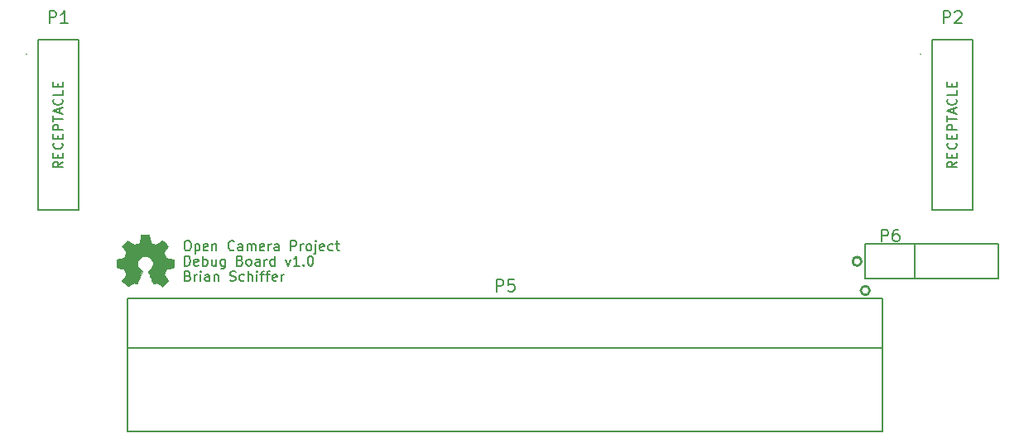
<source format=gto>
G04 #@! TF.FileFunction,Legend,Top*
%FSLAX46Y46*%
G04 Gerber Fmt 4.6, Leading zero omitted, Abs format (unit mm)*
G04 Created by KiCad (PCBNEW (2015-04-19 BZR 5613)-product) date 6/23/2015 7:30:16 PM*
%MOMM*%
G01*
G04 APERTURE LIST*
%ADD10C,0.100000*%
%ADD11C,0.152400*%
%ADD12C,0.200000*%
%ADD13C,0.254000*%
%ADD14C,0.150000*%
G04 APERTURE END LIST*
D10*
D11*
X107108571Y-119819981D02*
X107299048Y-119819981D01*
X107394286Y-119867600D01*
X107489524Y-119962838D01*
X107537143Y-120153314D01*
X107537143Y-120486648D01*
X107489524Y-120677124D01*
X107394286Y-120772362D01*
X107299048Y-120819981D01*
X107108571Y-120819981D01*
X107013333Y-120772362D01*
X106918095Y-120677124D01*
X106870476Y-120486648D01*
X106870476Y-120153314D01*
X106918095Y-119962838D01*
X107013333Y-119867600D01*
X107108571Y-119819981D01*
X107965714Y-120153314D02*
X107965714Y-121153314D01*
X107965714Y-120200933D02*
X108060952Y-120153314D01*
X108251429Y-120153314D01*
X108346667Y-120200933D01*
X108394286Y-120248552D01*
X108441905Y-120343790D01*
X108441905Y-120629505D01*
X108394286Y-120724743D01*
X108346667Y-120772362D01*
X108251429Y-120819981D01*
X108060952Y-120819981D01*
X107965714Y-120772362D01*
X109251429Y-120772362D02*
X109156191Y-120819981D01*
X108965714Y-120819981D01*
X108870476Y-120772362D01*
X108822857Y-120677124D01*
X108822857Y-120296171D01*
X108870476Y-120200933D01*
X108965714Y-120153314D01*
X109156191Y-120153314D01*
X109251429Y-120200933D01*
X109299048Y-120296171D01*
X109299048Y-120391410D01*
X108822857Y-120486648D01*
X109727619Y-120153314D02*
X109727619Y-120819981D01*
X109727619Y-120248552D02*
X109775238Y-120200933D01*
X109870476Y-120153314D01*
X110013334Y-120153314D01*
X110108572Y-120200933D01*
X110156191Y-120296171D01*
X110156191Y-120819981D01*
X111965715Y-120724743D02*
X111918096Y-120772362D01*
X111775239Y-120819981D01*
X111680001Y-120819981D01*
X111537143Y-120772362D01*
X111441905Y-120677124D01*
X111394286Y-120581886D01*
X111346667Y-120391410D01*
X111346667Y-120248552D01*
X111394286Y-120058076D01*
X111441905Y-119962838D01*
X111537143Y-119867600D01*
X111680001Y-119819981D01*
X111775239Y-119819981D01*
X111918096Y-119867600D01*
X111965715Y-119915219D01*
X112822858Y-120819981D02*
X112822858Y-120296171D01*
X112775239Y-120200933D01*
X112680001Y-120153314D01*
X112489524Y-120153314D01*
X112394286Y-120200933D01*
X112822858Y-120772362D02*
X112727620Y-120819981D01*
X112489524Y-120819981D01*
X112394286Y-120772362D01*
X112346667Y-120677124D01*
X112346667Y-120581886D01*
X112394286Y-120486648D01*
X112489524Y-120439029D01*
X112727620Y-120439029D01*
X112822858Y-120391410D01*
X113299048Y-120819981D02*
X113299048Y-120153314D01*
X113299048Y-120248552D02*
X113346667Y-120200933D01*
X113441905Y-120153314D01*
X113584763Y-120153314D01*
X113680001Y-120200933D01*
X113727620Y-120296171D01*
X113727620Y-120819981D01*
X113727620Y-120296171D02*
X113775239Y-120200933D01*
X113870477Y-120153314D01*
X114013334Y-120153314D01*
X114108572Y-120200933D01*
X114156191Y-120296171D01*
X114156191Y-120819981D01*
X115013334Y-120772362D02*
X114918096Y-120819981D01*
X114727619Y-120819981D01*
X114632381Y-120772362D01*
X114584762Y-120677124D01*
X114584762Y-120296171D01*
X114632381Y-120200933D01*
X114727619Y-120153314D01*
X114918096Y-120153314D01*
X115013334Y-120200933D01*
X115060953Y-120296171D01*
X115060953Y-120391410D01*
X114584762Y-120486648D01*
X115489524Y-120819981D02*
X115489524Y-120153314D01*
X115489524Y-120343790D02*
X115537143Y-120248552D01*
X115584762Y-120200933D01*
X115680000Y-120153314D01*
X115775239Y-120153314D01*
X116537144Y-120819981D02*
X116537144Y-120296171D01*
X116489525Y-120200933D01*
X116394287Y-120153314D01*
X116203810Y-120153314D01*
X116108572Y-120200933D01*
X116537144Y-120772362D02*
X116441906Y-120819981D01*
X116203810Y-120819981D01*
X116108572Y-120772362D01*
X116060953Y-120677124D01*
X116060953Y-120581886D01*
X116108572Y-120486648D01*
X116203810Y-120439029D01*
X116441906Y-120439029D01*
X116537144Y-120391410D01*
X117775239Y-120819981D02*
X117775239Y-119819981D01*
X118156192Y-119819981D01*
X118251430Y-119867600D01*
X118299049Y-119915219D01*
X118346668Y-120010457D01*
X118346668Y-120153314D01*
X118299049Y-120248552D01*
X118251430Y-120296171D01*
X118156192Y-120343790D01*
X117775239Y-120343790D01*
X118775239Y-120819981D02*
X118775239Y-120153314D01*
X118775239Y-120343790D02*
X118822858Y-120248552D01*
X118870477Y-120200933D01*
X118965715Y-120153314D01*
X119060954Y-120153314D01*
X119537144Y-120819981D02*
X119441906Y-120772362D01*
X119394287Y-120724743D01*
X119346668Y-120629505D01*
X119346668Y-120343790D01*
X119394287Y-120248552D01*
X119441906Y-120200933D01*
X119537144Y-120153314D01*
X119680002Y-120153314D01*
X119775240Y-120200933D01*
X119822859Y-120248552D01*
X119870478Y-120343790D01*
X119870478Y-120629505D01*
X119822859Y-120724743D01*
X119775240Y-120772362D01*
X119680002Y-120819981D01*
X119537144Y-120819981D01*
X120299049Y-120153314D02*
X120299049Y-121010457D01*
X120251430Y-121105695D01*
X120156192Y-121153314D01*
X120108573Y-121153314D01*
X120299049Y-119819981D02*
X120251430Y-119867600D01*
X120299049Y-119915219D01*
X120346668Y-119867600D01*
X120299049Y-119819981D01*
X120299049Y-119915219D01*
X121156192Y-120772362D02*
X121060954Y-120819981D01*
X120870477Y-120819981D01*
X120775239Y-120772362D01*
X120727620Y-120677124D01*
X120727620Y-120296171D01*
X120775239Y-120200933D01*
X120870477Y-120153314D01*
X121060954Y-120153314D01*
X121156192Y-120200933D01*
X121203811Y-120296171D01*
X121203811Y-120391410D01*
X120727620Y-120486648D01*
X122060954Y-120772362D02*
X121965716Y-120819981D01*
X121775239Y-120819981D01*
X121680001Y-120772362D01*
X121632382Y-120724743D01*
X121584763Y-120629505D01*
X121584763Y-120343790D01*
X121632382Y-120248552D01*
X121680001Y-120200933D01*
X121775239Y-120153314D01*
X121965716Y-120153314D01*
X122060954Y-120200933D01*
X122346668Y-120153314D02*
X122727620Y-120153314D01*
X122489525Y-119819981D02*
X122489525Y-120677124D01*
X122537144Y-120772362D01*
X122632382Y-120819981D01*
X122727620Y-120819981D01*
X106918095Y-122372381D02*
X106918095Y-121372381D01*
X107156190Y-121372381D01*
X107299048Y-121420000D01*
X107394286Y-121515238D01*
X107441905Y-121610476D01*
X107489524Y-121800952D01*
X107489524Y-121943810D01*
X107441905Y-122134286D01*
X107394286Y-122229524D01*
X107299048Y-122324762D01*
X107156190Y-122372381D01*
X106918095Y-122372381D01*
X108299048Y-122324762D02*
X108203810Y-122372381D01*
X108013333Y-122372381D01*
X107918095Y-122324762D01*
X107870476Y-122229524D01*
X107870476Y-121848571D01*
X107918095Y-121753333D01*
X108013333Y-121705714D01*
X108203810Y-121705714D01*
X108299048Y-121753333D01*
X108346667Y-121848571D01*
X108346667Y-121943810D01*
X107870476Y-122039048D01*
X108775238Y-122372381D02*
X108775238Y-121372381D01*
X108775238Y-121753333D02*
X108870476Y-121705714D01*
X109060953Y-121705714D01*
X109156191Y-121753333D01*
X109203810Y-121800952D01*
X109251429Y-121896190D01*
X109251429Y-122181905D01*
X109203810Y-122277143D01*
X109156191Y-122324762D01*
X109060953Y-122372381D01*
X108870476Y-122372381D01*
X108775238Y-122324762D01*
X110108572Y-121705714D02*
X110108572Y-122372381D01*
X109680000Y-121705714D02*
X109680000Y-122229524D01*
X109727619Y-122324762D01*
X109822857Y-122372381D01*
X109965715Y-122372381D01*
X110060953Y-122324762D01*
X110108572Y-122277143D01*
X111013334Y-121705714D02*
X111013334Y-122515238D01*
X110965715Y-122610476D01*
X110918096Y-122658095D01*
X110822857Y-122705714D01*
X110680000Y-122705714D01*
X110584762Y-122658095D01*
X111013334Y-122324762D02*
X110918096Y-122372381D01*
X110727619Y-122372381D01*
X110632381Y-122324762D01*
X110584762Y-122277143D01*
X110537143Y-122181905D01*
X110537143Y-121896190D01*
X110584762Y-121800952D01*
X110632381Y-121753333D01*
X110727619Y-121705714D01*
X110918096Y-121705714D01*
X111013334Y-121753333D01*
X112584763Y-121848571D02*
X112727620Y-121896190D01*
X112775239Y-121943810D01*
X112822858Y-122039048D01*
X112822858Y-122181905D01*
X112775239Y-122277143D01*
X112727620Y-122324762D01*
X112632382Y-122372381D01*
X112251429Y-122372381D01*
X112251429Y-121372381D01*
X112584763Y-121372381D01*
X112680001Y-121420000D01*
X112727620Y-121467619D01*
X112775239Y-121562857D01*
X112775239Y-121658095D01*
X112727620Y-121753333D01*
X112680001Y-121800952D01*
X112584763Y-121848571D01*
X112251429Y-121848571D01*
X113394286Y-122372381D02*
X113299048Y-122324762D01*
X113251429Y-122277143D01*
X113203810Y-122181905D01*
X113203810Y-121896190D01*
X113251429Y-121800952D01*
X113299048Y-121753333D01*
X113394286Y-121705714D01*
X113537144Y-121705714D01*
X113632382Y-121753333D01*
X113680001Y-121800952D01*
X113727620Y-121896190D01*
X113727620Y-122181905D01*
X113680001Y-122277143D01*
X113632382Y-122324762D01*
X113537144Y-122372381D01*
X113394286Y-122372381D01*
X114584763Y-122372381D02*
X114584763Y-121848571D01*
X114537144Y-121753333D01*
X114441906Y-121705714D01*
X114251429Y-121705714D01*
X114156191Y-121753333D01*
X114584763Y-122324762D02*
X114489525Y-122372381D01*
X114251429Y-122372381D01*
X114156191Y-122324762D01*
X114108572Y-122229524D01*
X114108572Y-122134286D01*
X114156191Y-122039048D01*
X114251429Y-121991429D01*
X114489525Y-121991429D01*
X114584763Y-121943810D01*
X115060953Y-122372381D02*
X115060953Y-121705714D01*
X115060953Y-121896190D02*
X115108572Y-121800952D01*
X115156191Y-121753333D01*
X115251429Y-121705714D01*
X115346668Y-121705714D01*
X116108573Y-122372381D02*
X116108573Y-121372381D01*
X116108573Y-122324762D02*
X116013335Y-122372381D01*
X115822858Y-122372381D01*
X115727620Y-122324762D01*
X115680001Y-122277143D01*
X115632382Y-122181905D01*
X115632382Y-121896190D01*
X115680001Y-121800952D01*
X115727620Y-121753333D01*
X115822858Y-121705714D01*
X116013335Y-121705714D01*
X116108573Y-121753333D01*
X117251430Y-121705714D02*
X117489525Y-122372381D01*
X117727621Y-121705714D01*
X118632383Y-122372381D02*
X118060954Y-122372381D01*
X118346668Y-122372381D02*
X118346668Y-121372381D01*
X118251430Y-121515238D01*
X118156192Y-121610476D01*
X118060954Y-121658095D01*
X119060954Y-122277143D02*
X119108573Y-122324762D01*
X119060954Y-122372381D01*
X119013335Y-122324762D01*
X119060954Y-122277143D01*
X119060954Y-122372381D01*
X119727620Y-121372381D02*
X119822859Y-121372381D01*
X119918097Y-121420000D01*
X119965716Y-121467619D01*
X120013335Y-121562857D01*
X120060954Y-121753333D01*
X120060954Y-121991429D01*
X120013335Y-122181905D01*
X119965716Y-122277143D01*
X119918097Y-122324762D01*
X119822859Y-122372381D01*
X119727620Y-122372381D01*
X119632382Y-122324762D01*
X119584763Y-122277143D01*
X119537144Y-122181905D01*
X119489525Y-121991429D01*
X119489525Y-121753333D01*
X119537144Y-121562857D01*
X119584763Y-121467619D01*
X119632382Y-121420000D01*
X119727620Y-121372381D01*
X107251429Y-123400971D02*
X107394286Y-123448590D01*
X107441905Y-123496210D01*
X107489524Y-123591448D01*
X107489524Y-123734305D01*
X107441905Y-123829543D01*
X107394286Y-123877162D01*
X107299048Y-123924781D01*
X106918095Y-123924781D01*
X106918095Y-122924781D01*
X107251429Y-122924781D01*
X107346667Y-122972400D01*
X107394286Y-123020019D01*
X107441905Y-123115257D01*
X107441905Y-123210495D01*
X107394286Y-123305733D01*
X107346667Y-123353352D01*
X107251429Y-123400971D01*
X106918095Y-123400971D01*
X107918095Y-123924781D02*
X107918095Y-123258114D01*
X107918095Y-123448590D02*
X107965714Y-123353352D01*
X108013333Y-123305733D01*
X108108571Y-123258114D01*
X108203810Y-123258114D01*
X108537143Y-123924781D02*
X108537143Y-123258114D01*
X108537143Y-122924781D02*
X108489524Y-122972400D01*
X108537143Y-123020019D01*
X108584762Y-122972400D01*
X108537143Y-122924781D01*
X108537143Y-123020019D01*
X109441905Y-123924781D02*
X109441905Y-123400971D01*
X109394286Y-123305733D01*
X109299048Y-123258114D01*
X109108571Y-123258114D01*
X109013333Y-123305733D01*
X109441905Y-123877162D02*
X109346667Y-123924781D01*
X109108571Y-123924781D01*
X109013333Y-123877162D01*
X108965714Y-123781924D01*
X108965714Y-123686686D01*
X109013333Y-123591448D01*
X109108571Y-123543829D01*
X109346667Y-123543829D01*
X109441905Y-123496210D01*
X109918095Y-123258114D02*
X109918095Y-123924781D01*
X109918095Y-123353352D02*
X109965714Y-123305733D01*
X110060952Y-123258114D01*
X110203810Y-123258114D01*
X110299048Y-123305733D01*
X110346667Y-123400971D01*
X110346667Y-123924781D01*
X111537143Y-123877162D02*
X111680000Y-123924781D01*
X111918096Y-123924781D01*
X112013334Y-123877162D01*
X112060953Y-123829543D01*
X112108572Y-123734305D01*
X112108572Y-123639067D01*
X112060953Y-123543829D01*
X112013334Y-123496210D01*
X111918096Y-123448590D01*
X111727619Y-123400971D01*
X111632381Y-123353352D01*
X111584762Y-123305733D01*
X111537143Y-123210495D01*
X111537143Y-123115257D01*
X111584762Y-123020019D01*
X111632381Y-122972400D01*
X111727619Y-122924781D01*
X111965715Y-122924781D01*
X112108572Y-122972400D01*
X112965715Y-123877162D02*
X112870477Y-123924781D01*
X112680000Y-123924781D01*
X112584762Y-123877162D01*
X112537143Y-123829543D01*
X112489524Y-123734305D01*
X112489524Y-123448590D01*
X112537143Y-123353352D01*
X112584762Y-123305733D01*
X112680000Y-123258114D01*
X112870477Y-123258114D01*
X112965715Y-123305733D01*
X113394286Y-123924781D02*
X113394286Y-122924781D01*
X113822858Y-123924781D02*
X113822858Y-123400971D01*
X113775239Y-123305733D01*
X113680001Y-123258114D01*
X113537143Y-123258114D01*
X113441905Y-123305733D01*
X113394286Y-123353352D01*
X114299048Y-123924781D02*
X114299048Y-123258114D01*
X114299048Y-122924781D02*
X114251429Y-122972400D01*
X114299048Y-123020019D01*
X114346667Y-122972400D01*
X114299048Y-122924781D01*
X114299048Y-123020019D01*
X114632381Y-123258114D02*
X115013333Y-123258114D01*
X114775238Y-123924781D02*
X114775238Y-123067638D01*
X114822857Y-122972400D01*
X114918095Y-122924781D01*
X115013333Y-122924781D01*
X115203810Y-123258114D02*
X115584762Y-123258114D01*
X115346667Y-123924781D02*
X115346667Y-123067638D01*
X115394286Y-122972400D01*
X115489524Y-122924781D01*
X115584762Y-122924781D01*
X116299049Y-123877162D02*
X116203811Y-123924781D01*
X116013334Y-123924781D01*
X115918096Y-123877162D01*
X115870477Y-123781924D01*
X115870477Y-123400971D01*
X115918096Y-123305733D01*
X116013334Y-123258114D01*
X116203811Y-123258114D01*
X116299049Y-123305733D01*
X116346668Y-123400971D01*
X116346668Y-123496210D01*
X115870477Y-123591448D01*
X116775239Y-123924781D02*
X116775239Y-123258114D01*
X116775239Y-123448590D02*
X116822858Y-123353352D01*
X116870477Y-123305733D01*
X116965715Y-123258114D01*
X117060954Y-123258114D01*
D10*
G36*
X105789555Y-122396100D02*
X105780354Y-122474634D01*
X105754819Y-122527121D01*
X105706363Y-122561309D01*
X105628402Y-122584949D01*
X105514349Y-122605790D01*
X105359200Y-122631312D01*
X105237677Y-122653158D01*
X105134825Y-122673670D01*
X105060770Y-122690684D01*
X105025638Y-122702036D01*
X105024588Y-122702841D01*
X105007074Y-122734497D01*
X104977083Y-122801836D01*
X104939361Y-122892748D01*
X104898654Y-122995124D01*
X104859706Y-123096854D01*
X104827262Y-123185830D01*
X104806069Y-123249943D01*
X104800400Y-123274952D01*
X104814187Y-123306828D01*
X104852062Y-123371764D01*
X104908796Y-123461336D01*
X104979159Y-123567118D01*
X105006856Y-123607599D01*
X105213313Y-123907116D01*
X104920809Y-124199619D01*
X104628306Y-124492123D01*
X104321472Y-124281586D01*
X104014638Y-124071048D01*
X103864432Y-124151107D01*
X103778029Y-124193881D01*
X103724670Y-124210928D01*
X103695191Y-124204793D01*
X103690168Y-124199533D01*
X103671609Y-124164407D01*
X103638084Y-124090568D01*
X103592754Y-123985783D01*
X103538776Y-123857820D01*
X103479308Y-123714447D01*
X103417509Y-123563431D01*
X103356538Y-123412538D01*
X103299553Y-123269538D01*
X103249713Y-123142196D01*
X103210175Y-123038281D01*
X103184098Y-122965560D01*
X103174641Y-122931801D01*
X103174641Y-122931721D01*
X103194796Y-122892177D01*
X103244626Y-122846929D01*
X103260619Y-122836303D01*
X103412238Y-122715275D01*
X103529737Y-122565108D01*
X103609813Y-122394467D01*
X103649163Y-122212019D01*
X103644485Y-122026431D01*
X103615353Y-121905474D01*
X103528139Y-121716864D01*
X103407186Y-121565527D01*
X103255373Y-121453527D01*
X103075580Y-121382930D01*
X102870685Y-121355798D01*
X102848220Y-121355555D01*
X102737644Y-121359016D01*
X102652435Y-121373428D01*
X102567459Y-121404835D01*
X102493165Y-121440927D01*
X102327444Y-121552177D01*
X102198800Y-121694963D01*
X102110664Y-121863083D01*
X102066471Y-122050330D01*
X102065451Y-122214031D01*
X102094783Y-122372616D01*
X102154620Y-122515336D01*
X102250111Y-122650089D01*
X102386402Y-122784772D01*
X102494693Y-122872500D01*
X102561199Y-122923300D01*
X102323022Y-123494800D01*
X102254489Y-123658811D01*
X102190378Y-123811435D01*
X102133930Y-123945016D01*
X102088389Y-124051898D01*
X102056997Y-124124426D01*
X102045813Y-124149311D01*
X102006781Y-124232323D01*
X101850500Y-124153433D01*
X101694219Y-124074543D01*
X101393957Y-124279971D01*
X101286491Y-124353152D01*
X101194958Y-124414831D01*
X101127007Y-124459905D01*
X101090285Y-124483272D01*
X101086082Y-124485400D01*
X101066531Y-124468365D01*
X101017383Y-124421280D01*
X100944805Y-124350170D01*
X100854965Y-124261061D01*
X100789578Y-124195685D01*
X100500686Y-123905971D01*
X100695565Y-123624119D01*
X100768737Y-123517079D01*
X100831660Y-123422758D01*
X100878447Y-123350146D01*
X100903212Y-123308232D01*
X100905077Y-123304136D01*
X100900939Y-123270045D01*
X100881712Y-123200702D01*
X100851628Y-123107836D01*
X100814920Y-123003176D01*
X100775821Y-122898452D01*
X100738563Y-122805394D01*
X100707378Y-122735731D01*
X100688101Y-122702841D01*
X100658597Y-122692250D01*
X100588984Y-122675765D01*
X100489310Y-122655547D01*
X100369622Y-122633757D01*
X100355400Y-122631312D01*
X100199534Y-122605631D01*
X100086196Y-122584799D01*
X100008678Y-122561152D01*
X99960270Y-122527024D01*
X99934266Y-122474753D01*
X99923958Y-122396673D01*
X99922638Y-122285120D01*
X99923600Y-122137943D01*
X99924769Y-122002062D01*
X99927995Y-121885021D01*
X99932854Y-121795810D01*
X99938923Y-121743424D01*
X99942650Y-121733549D01*
X99973175Y-121725002D01*
X100044357Y-121709320D01*
X100146869Y-121688435D01*
X100271383Y-121664282D01*
X100330000Y-121653255D01*
X100461232Y-121627132D01*
X100574426Y-121601458D01*
X100660245Y-121578594D01*
X100709352Y-121560899D01*
X100716863Y-121555454D01*
X100733992Y-121521053D01*
X100765743Y-121450910D01*
X100807156Y-121356160D01*
X100841678Y-121275391D01*
X100895273Y-121140561D01*
X100923773Y-121048134D01*
X100927619Y-120996597D01*
X100924714Y-120989826D01*
X100902433Y-120957009D01*
X100857393Y-120890995D01*
X100795545Y-120800496D01*
X100722841Y-120694223D01*
X100700188Y-120661131D01*
X100498876Y-120367093D01*
X100789778Y-120076191D01*
X101080680Y-119785289D01*
X101415057Y-120014856D01*
X101749434Y-120244422D01*
X102011267Y-120137183D01*
X102117795Y-120092390D01*
X102206040Y-120053097D01*
X102265848Y-120023967D01*
X102286725Y-120010700D01*
X102295920Y-119980203D01*
X102312255Y-119908867D01*
X102333787Y-119805836D01*
X102358570Y-119680252D01*
X102372012Y-119609527D01*
X102443672Y-119227600D01*
X102856551Y-119227600D01*
X103269430Y-119227600D01*
X103338619Y-119602250D01*
X103363161Y-119734796D01*
X103384555Y-119849694D01*
X103401057Y-119937635D01*
X103410927Y-119989308D01*
X103412779Y-119998425D01*
X103436884Y-120016035D01*
X103498682Y-120047770D01*
X103588641Y-120089030D01*
X103690373Y-120132393D01*
X103962996Y-120244835D01*
X104298056Y-120014925D01*
X104633117Y-119785016D01*
X104920276Y-120071360D01*
X105017015Y-120169978D01*
X105098576Y-120257255D01*
X105159089Y-120326572D01*
X105192684Y-120371309D01*
X105197392Y-120383879D01*
X105179950Y-120413249D01*
X105138923Y-120475995D01*
X105079828Y-120563857D01*
X105008181Y-120668572D01*
X104981174Y-120707655D01*
X104907289Y-120815852D01*
X104845129Y-120909831D01*
X104799914Y-120981467D01*
X104776865Y-121022638D01*
X104775000Y-121028446D01*
X104784457Y-121059902D01*
X104810109Y-121127530D01*
X104847875Y-121220922D01*
X104887125Y-121314367D01*
X104999250Y-121577100D01*
X105287175Y-121633618D01*
X105413519Y-121658404D01*
X105531917Y-121681603D01*
X105627356Y-121700277D01*
X105676700Y-121709905D01*
X105778300Y-121729674D01*
X105785296Y-122129887D01*
X105789007Y-122283767D01*
X105789555Y-122396100D01*
X105789555Y-122396100D01*
X105789555Y-122396100D01*
G37*
X105789555Y-122396100D02*
X105780354Y-122474634D01*
X105754819Y-122527121D01*
X105706363Y-122561309D01*
X105628402Y-122584949D01*
X105514349Y-122605790D01*
X105359200Y-122631312D01*
X105237677Y-122653158D01*
X105134825Y-122673670D01*
X105060770Y-122690684D01*
X105025638Y-122702036D01*
X105024588Y-122702841D01*
X105007074Y-122734497D01*
X104977083Y-122801836D01*
X104939361Y-122892748D01*
X104898654Y-122995124D01*
X104859706Y-123096854D01*
X104827262Y-123185830D01*
X104806069Y-123249943D01*
X104800400Y-123274952D01*
X104814187Y-123306828D01*
X104852062Y-123371764D01*
X104908796Y-123461336D01*
X104979159Y-123567118D01*
X105006856Y-123607599D01*
X105213313Y-123907116D01*
X104920809Y-124199619D01*
X104628306Y-124492123D01*
X104321472Y-124281586D01*
X104014638Y-124071048D01*
X103864432Y-124151107D01*
X103778029Y-124193881D01*
X103724670Y-124210928D01*
X103695191Y-124204793D01*
X103690168Y-124199533D01*
X103671609Y-124164407D01*
X103638084Y-124090568D01*
X103592754Y-123985783D01*
X103538776Y-123857820D01*
X103479308Y-123714447D01*
X103417509Y-123563431D01*
X103356538Y-123412538D01*
X103299553Y-123269538D01*
X103249713Y-123142196D01*
X103210175Y-123038281D01*
X103184098Y-122965560D01*
X103174641Y-122931801D01*
X103174641Y-122931721D01*
X103194796Y-122892177D01*
X103244626Y-122846929D01*
X103260619Y-122836303D01*
X103412238Y-122715275D01*
X103529737Y-122565108D01*
X103609813Y-122394467D01*
X103649163Y-122212019D01*
X103644485Y-122026431D01*
X103615353Y-121905474D01*
X103528139Y-121716864D01*
X103407186Y-121565527D01*
X103255373Y-121453527D01*
X103075580Y-121382930D01*
X102870685Y-121355798D01*
X102848220Y-121355555D01*
X102737644Y-121359016D01*
X102652435Y-121373428D01*
X102567459Y-121404835D01*
X102493165Y-121440927D01*
X102327444Y-121552177D01*
X102198800Y-121694963D01*
X102110664Y-121863083D01*
X102066471Y-122050330D01*
X102065451Y-122214031D01*
X102094783Y-122372616D01*
X102154620Y-122515336D01*
X102250111Y-122650089D01*
X102386402Y-122784772D01*
X102494693Y-122872500D01*
X102561199Y-122923300D01*
X102323022Y-123494800D01*
X102254489Y-123658811D01*
X102190378Y-123811435D01*
X102133930Y-123945016D01*
X102088389Y-124051898D01*
X102056997Y-124124426D01*
X102045813Y-124149311D01*
X102006781Y-124232323D01*
X101850500Y-124153433D01*
X101694219Y-124074543D01*
X101393957Y-124279971D01*
X101286491Y-124353152D01*
X101194958Y-124414831D01*
X101127007Y-124459905D01*
X101090285Y-124483272D01*
X101086082Y-124485400D01*
X101066531Y-124468365D01*
X101017383Y-124421280D01*
X100944805Y-124350170D01*
X100854965Y-124261061D01*
X100789578Y-124195685D01*
X100500686Y-123905971D01*
X100695565Y-123624119D01*
X100768737Y-123517079D01*
X100831660Y-123422758D01*
X100878447Y-123350146D01*
X100903212Y-123308232D01*
X100905077Y-123304136D01*
X100900939Y-123270045D01*
X100881712Y-123200702D01*
X100851628Y-123107836D01*
X100814920Y-123003176D01*
X100775821Y-122898452D01*
X100738563Y-122805394D01*
X100707378Y-122735731D01*
X100688101Y-122702841D01*
X100658597Y-122692250D01*
X100588984Y-122675765D01*
X100489310Y-122655547D01*
X100369622Y-122633757D01*
X100355400Y-122631312D01*
X100199534Y-122605631D01*
X100086196Y-122584799D01*
X100008678Y-122561152D01*
X99960270Y-122527024D01*
X99934266Y-122474753D01*
X99923958Y-122396673D01*
X99922638Y-122285120D01*
X99923600Y-122137943D01*
X99924769Y-122002062D01*
X99927995Y-121885021D01*
X99932854Y-121795810D01*
X99938923Y-121743424D01*
X99942650Y-121733549D01*
X99973175Y-121725002D01*
X100044357Y-121709320D01*
X100146869Y-121688435D01*
X100271383Y-121664282D01*
X100330000Y-121653255D01*
X100461232Y-121627132D01*
X100574426Y-121601458D01*
X100660245Y-121578594D01*
X100709352Y-121560899D01*
X100716863Y-121555454D01*
X100733992Y-121521053D01*
X100765743Y-121450910D01*
X100807156Y-121356160D01*
X100841678Y-121275391D01*
X100895273Y-121140561D01*
X100923773Y-121048134D01*
X100927619Y-120996597D01*
X100924714Y-120989826D01*
X100902433Y-120957009D01*
X100857393Y-120890995D01*
X100795545Y-120800496D01*
X100722841Y-120694223D01*
X100700188Y-120661131D01*
X100498876Y-120367093D01*
X100789778Y-120076191D01*
X101080680Y-119785289D01*
X101415057Y-120014856D01*
X101749434Y-120244422D01*
X102011267Y-120137183D01*
X102117795Y-120092390D01*
X102206040Y-120053097D01*
X102265848Y-120023967D01*
X102286725Y-120010700D01*
X102295920Y-119980203D01*
X102312255Y-119908867D01*
X102333787Y-119805836D01*
X102358570Y-119680252D01*
X102372012Y-119609527D01*
X102443672Y-119227600D01*
X102856551Y-119227600D01*
X103269430Y-119227600D01*
X103338619Y-119602250D01*
X103363161Y-119734796D01*
X103384555Y-119849694D01*
X103401057Y-119937635D01*
X103410927Y-119989308D01*
X103412779Y-119998425D01*
X103436884Y-120016035D01*
X103498682Y-120047770D01*
X103588641Y-120089030D01*
X103690373Y-120132393D01*
X103962996Y-120244835D01*
X104298056Y-120014925D01*
X104633117Y-119785016D01*
X104920276Y-120071360D01*
X105017015Y-120169978D01*
X105098576Y-120257255D01*
X105159089Y-120326572D01*
X105192684Y-120371309D01*
X105197392Y-120383879D01*
X105179950Y-120413249D01*
X105138923Y-120475995D01*
X105079828Y-120563857D01*
X105008181Y-120668572D01*
X104981174Y-120707655D01*
X104907289Y-120815852D01*
X104845129Y-120909831D01*
X104799914Y-120981467D01*
X104776865Y-121022638D01*
X104775000Y-121028446D01*
X104784457Y-121059902D01*
X104810109Y-121127530D01*
X104847875Y-121220922D01*
X104887125Y-121314367D01*
X104999250Y-121577100D01*
X105287175Y-121633618D01*
X105413519Y-121658404D01*
X105531917Y-121681603D01*
X105627356Y-121700277D01*
X105676700Y-121709905D01*
X105778300Y-121729674D01*
X105785296Y-122129887D01*
X105789007Y-122283767D01*
X105789555Y-122396100D01*
X105789555Y-122396100D01*
D12*
X178300000Y-130810000D02*
X178300000Y-139350000D01*
X178300000Y-139350000D02*
X101090000Y-139350000D01*
X101090000Y-139350000D02*
X101090000Y-130760000D01*
D13*
X176971774Y-124910000D02*
G75*
G03X176971774Y-124910000I-451774J0D01*
G01*
D12*
X178308000Y-125730000D02*
X101092000Y-125730000D01*
X101092000Y-125730000D02*
X101092000Y-130810000D01*
X101092000Y-130810000D02*
X178308000Y-130810000D01*
X178308000Y-130810000D02*
X178308000Y-129540000D01*
X178308000Y-129560000D02*
X178308000Y-127020000D01*
X178308000Y-127000000D02*
X178308000Y-125730000D01*
X181610000Y-120140000D02*
X190150000Y-120140000D01*
X190150000Y-120140000D02*
X190150000Y-123700000D01*
X190150000Y-123700000D02*
X181450000Y-123700000D01*
D13*
X176121774Y-121920000D02*
G75*
G03X176121774Y-121920000I-451774J0D01*
G01*
D12*
X176530000Y-120142000D02*
X176530000Y-123698000D01*
X176530000Y-123698000D02*
X181610000Y-123698000D01*
X181610000Y-123698000D02*
X181610000Y-120142000D01*
X181610000Y-120142000D02*
X180340000Y-120142000D01*
X180330000Y-120142000D02*
X177790000Y-120142000D01*
X177800000Y-120142000D02*
X176530000Y-120142000D01*
D14*
X182133852Y-100690000D02*
G75*
G03X182133852Y-100690000I-53852J0D01*
G01*
X183370000Y-99250000D02*
X187470000Y-99250000D01*
X187470000Y-99250000D02*
X187470000Y-116650000D01*
X187470000Y-116650000D02*
X183370000Y-116650000D01*
X183370000Y-116650000D02*
X183370000Y-99250000D01*
X90693852Y-100690000D02*
G75*
G03X90693852Y-100690000I-53852J0D01*
G01*
X91930000Y-99250000D02*
X96030000Y-99250000D01*
X96030000Y-99250000D02*
X96030000Y-116650000D01*
X96030000Y-116650000D02*
X91930000Y-116650000D01*
X91930000Y-116650000D02*
X91930000Y-99250000D01*
D12*
X138824286Y-125002857D02*
X138824286Y-123802857D01*
X139281429Y-123802857D01*
X139395715Y-123860000D01*
X139452858Y-123917143D01*
X139510001Y-124031429D01*
X139510001Y-124202857D01*
X139452858Y-124317143D01*
X139395715Y-124374286D01*
X139281429Y-124431429D01*
X138824286Y-124431429D01*
X140595715Y-123802857D02*
X140024286Y-123802857D01*
X139967143Y-124374286D01*
X140024286Y-124317143D01*
X140138572Y-124260000D01*
X140424286Y-124260000D01*
X140538572Y-124317143D01*
X140595715Y-124374286D01*
X140652858Y-124488571D01*
X140652858Y-124774286D01*
X140595715Y-124888571D01*
X140538572Y-124945714D01*
X140424286Y-125002857D01*
X140138572Y-125002857D01*
X140024286Y-124945714D01*
X139967143Y-124888571D01*
X178184286Y-119872057D02*
X178184286Y-118672057D01*
X178641429Y-118672057D01*
X178755715Y-118729200D01*
X178812858Y-118786343D01*
X178870001Y-118900629D01*
X178870001Y-119072057D01*
X178812858Y-119186343D01*
X178755715Y-119243486D01*
X178641429Y-119300629D01*
X178184286Y-119300629D01*
X179898572Y-118672057D02*
X179670001Y-118672057D01*
X179555715Y-118729200D01*
X179498572Y-118786343D01*
X179384286Y-118957771D01*
X179327143Y-119186343D01*
X179327143Y-119643486D01*
X179384286Y-119757771D01*
X179441429Y-119814914D01*
X179555715Y-119872057D01*
X179784286Y-119872057D01*
X179898572Y-119814914D01*
X179955715Y-119757771D01*
X180012858Y-119643486D01*
X180012858Y-119357771D01*
X179955715Y-119243486D01*
X179898572Y-119186343D01*
X179784286Y-119129200D01*
X179555715Y-119129200D01*
X179441429Y-119186343D01*
X179384286Y-119243486D01*
X179327143Y-119357771D01*
X184534286Y-97492857D02*
X184534286Y-96292857D01*
X184991429Y-96292857D01*
X185105715Y-96350000D01*
X185162858Y-96407143D01*
X185220001Y-96521429D01*
X185220001Y-96692857D01*
X185162858Y-96807143D01*
X185105715Y-96864286D01*
X184991429Y-96921429D01*
X184534286Y-96921429D01*
X185677143Y-96407143D02*
X185734286Y-96350000D01*
X185848572Y-96292857D01*
X186134286Y-96292857D01*
X186248572Y-96350000D01*
X186305715Y-96407143D01*
X186362858Y-96521429D01*
X186362858Y-96635714D01*
X186305715Y-96807143D01*
X185620001Y-97492857D01*
X186362858Y-97492857D01*
D14*
X185872381Y-111711905D02*
X185396190Y-112045239D01*
X185872381Y-112283334D02*
X184872381Y-112283334D01*
X184872381Y-111902381D01*
X184920000Y-111807143D01*
X184967619Y-111759524D01*
X185062857Y-111711905D01*
X185205714Y-111711905D01*
X185300952Y-111759524D01*
X185348571Y-111807143D01*
X185396190Y-111902381D01*
X185396190Y-112283334D01*
X185348571Y-111283334D02*
X185348571Y-110950000D01*
X185872381Y-110807143D02*
X185872381Y-111283334D01*
X184872381Y-111283334D01*
X184872381Y-110807143D01*
X185777143Y-109807143D02*
X185824762Y-109854762D01*
X185872381Y-109997619D01*
X185872381Y-110092857D01*
X185824762Y-110235715D01*
X185729524Y-110330953D01*
X185634286Y-110378572D01*
X185443810Y-110426191D01*
X185300952Y-110426191D01*
X185110476Y-110378572D01*
X185015238Y-110330953D01*
X184920000Y-110235715D01*
X184872381Y-110092857D01*
X184872381Y-109997619D01*
X184920000Y-109854762D01*
X184967619Y-109807143D01*
X185348571Y-109378572D02*
X185348571Y-109045238D01*
X185872381Y-108902381D02*
X185872381Y-109378572D01*
X184872381Y-109378572D01*
X184872381Y-108902381D01*
X185872381Y-108473810D02*
X184872381Y-108473810D01*
X184872381Y-108092857D01*
X184920000Y-107997619D01*
X184967619Y-107950000D01*
X185062857Y-107902381D01*
X185205714Y-107902381D01*
X185300952Y-107950000D01*
X185348571Y-107997619D01*
X185396190Y-108092857D01*
X185396190Y-108473810D01*
X184872381Y-107616667D02*
X184872381Y-107045238D01*
X185872381Y-107330953D02*
X184872381Y-107330953D01*
X185586667Y-106759524D02*
X185586667Y-106283333D01*
X185872381Y-106854762D02*
X184872381Y-106521429D01*
X185872381Y-106188095D01*
X185777143Y-105283333D02*
X185824762Y-105330952D01*
X185872381Y-105473809D01*
X185872381Y-105569047D01*
X185824762Y-105711905D01*
X185729524Y-105807143D01*
X185634286Y-105854762D01*
X185443810Y-105902381D01*
X185300952Y-105902381D01*
X185110476Y-105854762D01*
X185015238Y-105807143D01*
X184920000Y-105711905D01*
X184872381Y-105569047D01*
X184872381Y-105473809D01*
X184920000Y-105330952D01*
X184967619Y-105283333D01*
X185872381Y-104378571D02*
X185872381Y-104854762D01*
X184872381Y-104854762D01*
X185348571Y-104045238D02*
X185348571Y-103711904D01*
X185872381Y-103569047D02*
X185872381Y-104045238D01*
X184872381Y-104045238D01*
X184872381Y-103569047D01*
D12*
X93094286Y-97492857D02*
X93094286Y-96292857D01*
X93551429Y-96292857D01*
X93665715Y-96350000D01*
X93722858Y-96407143D01*
X93780001Y-96521429D01*
X93780001Y-96692857D01*
X93722858Y-96807143D01*
X93665715Y-96864286D01*
X93551429Y-96921429D01*
X93094286Y-96921429D01*
X94922858Y-97492857D02*
X94237143Y-97492857D01*
X94580001Y-97492857D02*
X94580001Y-96292857D01*
X94465715Y-96464286D01*
X94351429Y-96578571D01*
X94237143Y-96635714D01*
D14*
X94432381Y-111711905D02*
X93956190Y-112045239D01*
X94432381Y-112283334D02*
X93432381Y-112283334D01*
X93432381Y-111902381D01*
X93480000Y-111807143D01*
X93527619Y-111759524D01*
X93622857Y-111711905D01*
X93765714Y-111711905D01*
X93860952Y-111759524D01*
X93908571Y-111807143D01*
X93956190Y-111902381D01*
X93956190Y-112283334D01*
X93908571Y-111283334D02*
X93908571Y-110950000D01*
X94432381Y-110807143D02*
X94432381Y-111283334D01*
X93432381Y-111283334D01*
X93432381Y-110807143D01*
X94337143Y-109807143D02*
X94384762Y-109854762D01*
X94432381Y-109997619D01*
X94432381Y-110092857D01*
X94384762Y-110235715D01*
X94289524Y-110330953D01*
X94194286Y-110378572D01*
X94003810Y-110426191D01*
X93860952Y-110426191D01*
X93670476Y-110378572D01*
X93575238Y-110330953D01*
X93480000Y-110235715D01*
X93432381Y-110092857D01*
X93432381Y-109997619D01*
X93480000Y-109854762D01*
X93527619Y-109807143D01*
X93908571Y-109378572D02*
X93908571Y-109045238D01*
X94432381Y-108902381D02*
X94432381Y-109378572D01*
X93432381Y-109378572D01*
X93432381Y-108902381D01*
X94432381Y-108473810D02*
X93432381Y-108473810D01*
X93432381Y-108092857D01*
X93480000Y-107997619D01*
X93527619Y-107950000D01*
X93622857Y-107902381D01*
X93765714Y-107902381D01*
X93860952Y-107950000D01*
X93908571Y-107997619D01*
X93956190Y-108092857D01*
X93956190Y-108473810D01*
X93432381Y-107616667D02*
X93432381Y-107045238D01*
X94432381Y-107330953D02*
X93432381Y-107330953D01*
X94146667Y-106759524D02*
X94146667Y-106283333D01*
X94432381Y-106854762D02*
X93432381Y-106521429D01*
X94432381Y-106188095D01*
X94337143Y-105283333D02*
X94384762Y-105330952D01*
X94432381Y-105473809D01*
X94432381Y-105569047D01*
X94384762Y-105711905D01*
X94289524Y-105807143D01*
X94194286Y-105854762D01*
X94003810Y-105902381D01*
X93860952Y-105902381D01*
X93670476Y-105854762D01*
X93575238Y-105807143D01*
X93480000Y-105711905D01*
X93432381Y-105569047D01*
X93432381Y-105473809D01*
X93480000Y-105330952D01*
X93527619Y-105283333D01*
X94432381Y-104378571D02*
X94432381Y-104854762D01*
X93432381Y-104854762D01*
X93908571Y-104045238D02*
X93908571Y-103711904D01*
X94432381Y-103569047D02*
X94432381Y-104045238D01*
X93432381Y-104045238D01*
X93432381Y-103569047D01*
M02*

</source>
